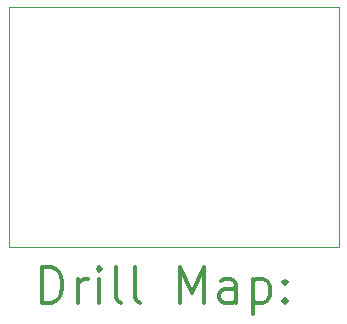
<source format=gbr>
%FSLAX45Y45*%
G04 Gerber Fmt 4.5, Leading zero omitted, Abs format (unit mm)*
G04 Created by KiCad (PCBNEW 5.1.10-88a1d61d58~88~ubuntu20.04.1) date 2021-06-12 08:27:31*
%MOMM*%
%LPD*%
G01*
G04 APERTURE LIST*
%TA.AperFunction,Profile*%
%ADD10C,0.050000*%
%TD*%
%ADD11C,0.200000*%
%ADD12C,0.300000*%
G04 APERTURE END LIST*
D10*
X7112000Y-6350000D02*
X9906000Y-6350000D01*
X7112000Y-4318000D02*
X7112000Y-6350000D01*
X9906000Y-4318000D02*
X7112000Y-4318000D01*
X9906000Y-6350000D02*
X9906000Y-4318000D01*
D11*
D12*
X7395928Y-6818214D02*
X7395928Y-6518214D01*
X7467357Y-6518214D01*
X7510214Y-6532500D01*
X7538786Y-6561071D01*
X7553071Y-6589643D01*
X7567357Y-6646786D01*
X7567357Y-6689643D01*
X7553071Y-6746786D01*
X7538786Y-6775357D01*
X7510214Y-6803929D01*
X7467357Y-6818214D01*
X7395928Y-6818214D01*
X7695928Y-6818214D02*
X7695928Y-6618214D01*
X7695928Y-6675357D02*
X7710214Y-6646786D01*
X7724500Y-6632500D01*
X7753071Y-6618214D01*
X7781643Y-6618214D01*
X7881643Y-6818214D02*
X7881643Y-6618214D01*
X7881643Y-6518214D02*
X7867357Y-6532500D01*
X7881643Y-6546786D01*
X7895928Y-6532500D01*
X7881643Y-6518214D01*
X7881643Y-6546786D01*
X8067357Y-6818214D02*
X8038786Y-6803929D01*
X8024500Y-6775357D01*
X8024500Y-6518214D01*
X8224500Y-6818214D02*
X8195928Y-6803929D01*
X8181643Y-6775357D01*
X8181643Y-6518214D01*
X8567357Y-6818214D02*
X8567357Y-6518214D01*
X8667357Y-6732500D01*
X8767357Y-6518214D01*
X8767357Y-6818214D01*
X9038786Y-6818214D02*
X9038786Y-6661071D01*
X9024500Y-6632500D01*
X8995928Y-6618214D01*
X8938786Y-6618214D01*
X8910214Y-6632500D01*
X9038786Y-6803929D02*
X9010214Y-6818214D01*
X8938786Y-6818214D01*
X8910214Y-6803929D01*
X8895928Y-6775357D01*
X8895928Y-6746786D01*
X8910214Y-6718214D01*
X8938786Y-6703929D01*
X9010214Y-6703929D01*
X9038786Y-6689643D01*
X9181643Y-6618214D02*
X9181643Y-6918214D01*
X9181643Y-6632500D02*
X9210214Y-6618214D01*
X9267357Y-6618214D01*
X9295928Y-6632500D01*
X9310214Y-6646786D01*
X9324500Y-6675357D01*
X9324500Y-6761071D01*
X9310214Y-6789643D01*
X9295928Y-6803929D01*
X9267357Y-6818214D01*
X9210214Y-6818214D01*
X9181643Y-6803929D01*
X9453071Y-6789643D02*
X9467357Y-6803929D01*
X9453071Y-6818214D01*
X9438786Y-6803929D01*
X9453071Y-6789643D01*
X9453071Y-6818214D01*
X9453071Y-6632500D02*
X9467357Y-6646786D01*
X9453071Y-6661071D01*
X9438786Y-6646786D01*
X9453071Y-6632500D01*
X9453071Y-6661071D01*
M02*

</source>
